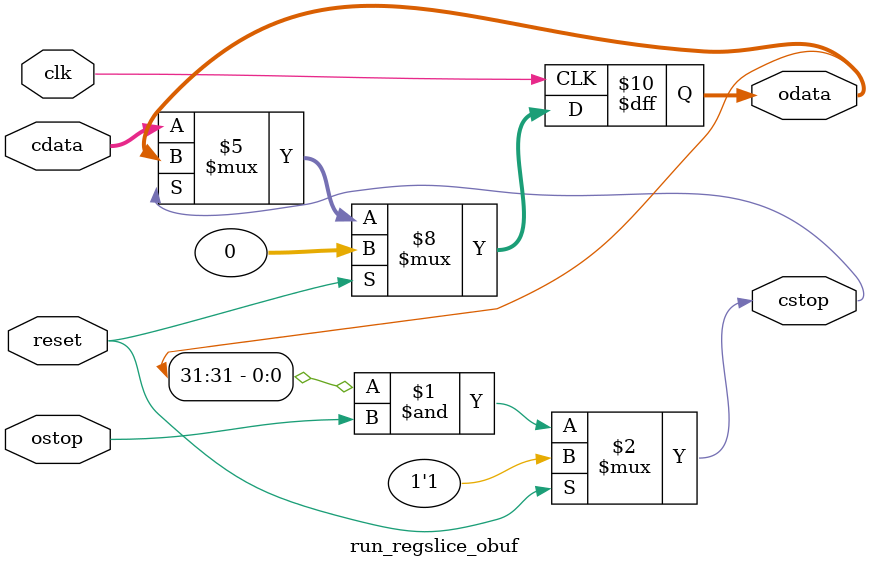
<source format=v>

`timescale 1ns/1ps

module run_regslice_forward
#(parameter 
    DataWidth=32
)(
    input ap_clk ,
    input ap_rst,

    input [DataWidth-1:0] data_in , 
    input vld_in , 
    output ack_in ,
    output [DataWidth-1:0] data_out, 
    output vld_out,
    input ack_out,
    output apdone_blk
);
 
localparam W = DataWidth+1;

wire [W-1:0] cdata;
wire cstop;
wire [W-1:0] idata;
wire istop;
wire [W-1:0] odata;
wire ostop;

run_regslice_obuf #(
  .W(W)
)
regslice_obuf_inst(
  .clk(ap_clk),
  .reset(ap_rst),
  .cdata(idata),
  .cstop(istop),
  .odata(odata),
  .ostop(ostop)
);

assign idata = {vld_in, data_in};
assign ack_in = ~istop;

assign vld_out = odata[W-1];
assign data_out = odata[W-2:0];
assign ostop = ~ack_out;

assign apdone_blk = ((ap_rst == 1'b0)&(1'b0 == ack_out)&(1'b1 == vld_out));

endmodule //forward

module run_regslice_forward_w1
#(parameter 
    DataWidth=1
)(
    input ap_clk ,
    input ap_rst,

    input data_in , 
    input vld_in , 
    output ack_in ,
    output data_out, 
    output vld_out,
    input ack_out,
    output apdone_blk
);
 
localparam W = 2;

wire [W-1:0] cdata;
wire cstop;
wire [W-1:0] idata;
wire istop;
wire [W-1:0] odata;
wire ostop;

run_regslice_obuf #(
  .W(W)
)
regslice_obuf_inst(
  .clk(ap_clk),
  .reset(ap_rst),
  .cdata(idata),
  .cstop(istop),
  .odata(odata),
  .ostop(ostop)
);

assign idata = {vld_in, data_in};
assign ack_in = ~istop;

assign vld_out = odata[W-1];
assign data_out = odata[W-2:0];
assign ostop = ~ack_out;

assign apdone_blk = ((ap_rst == 1'b0)&(1'b0 == ack_out)&(1'b1 == vld_out));

endmodule //forward


module run_regslice_obuf
#(
    parameter W=32
)(
    input clk ,
    input reset,
    input [W-1:0] cdata ,
    output cstop ,
    output reg [W-1:0] odata,
    input ostop 
);

// Stop the core when buffer full and output not ready
assign cstop = reset? 1'b1 : (odata[W-1] & ostop);
 
always @(posedge clk)
    if(reset)
        odata <= {1'b0, {{W-1}{1'b0}}};
    else
        if (!cstop) begin// Can we accept more data?
            odata <= cdata; // Yes: load the buffer
        end

endmodule

    

</source>
